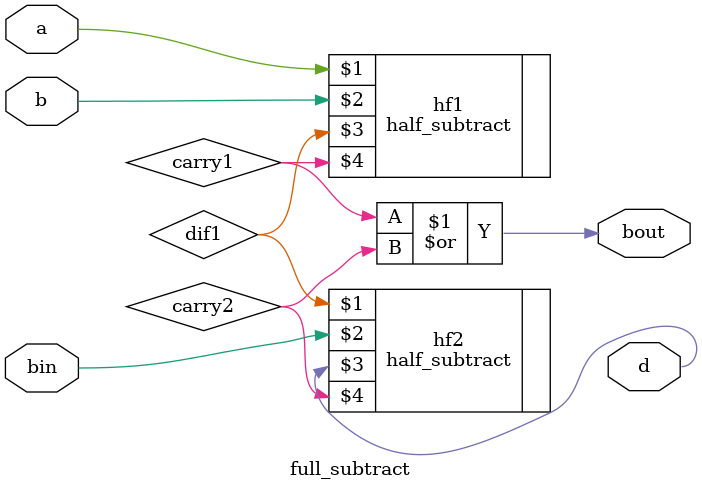
<source format=v>
`include "half_subtract.v"
module full_subtract(a,b,bin,d,bout);
input a,b,bin;
output d,bout;
wire dif1,carry1,carry2;
half_subtract hf1(a,b,dif1,carry1);
half_subtract hf2(dif1,bin,d,carry2);
or o1(bout,carry1,carry2);
endmodule 
</source>
